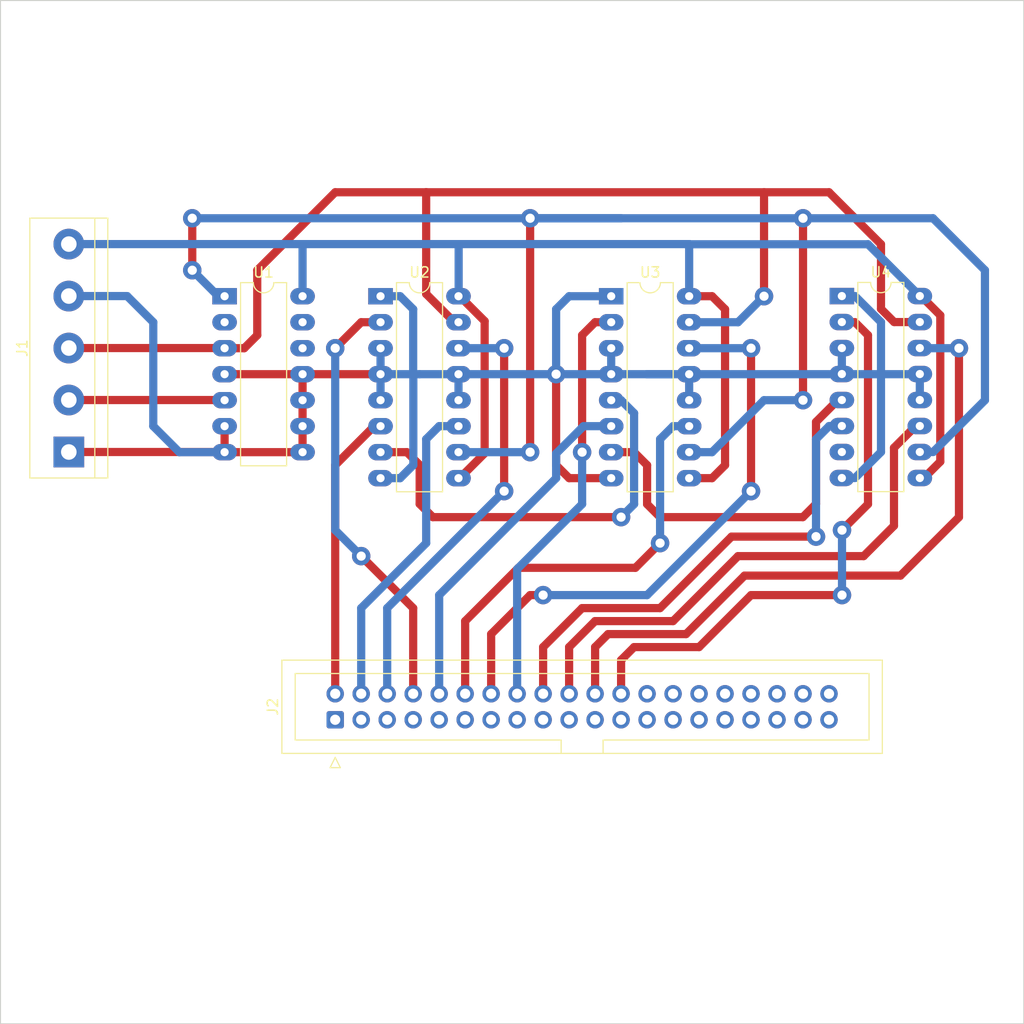
<source format=kicad_pcb>
(kicad_pcb (version 20211014) (generator pcbnew)
  (layers (0 "F.Cu" signal) (31 "B.Cu" signal) (34 "B.Paste" user) (35 "F.Paste" user) (36 "B.SilkS" user "B.Silkscreen") (37 "F.SilkS" user "F.Silkscreen") (38 "B.Mask" user) (39 "F.Mask" user) (44 "Edge.Cuts" user))
  (net 0 "")
  (net 1 "Net-(U1-Pad1)")
  (net 3 "/ENC_B")
  (net 4 "/ENC_A")
  (net 5 "Vss")
  (net 8 "Vdd")
  (net 9 "Net-(U2-Pad7)")
  (net 10 "Net-(U3-Pad7)")
  (net 14 "Net-(U2-Pad2)")
  (net 15 "Net-(U3-Pad6)")
  (net 17 "Net-(U3-Pad11)")
  (net 19 "Net-(U3-Pad14)")
  (net 21 "Net-(U3-Pad2)")
  (net 23 "Net-(U4-Pad6)")
  (net 25 "Net-(U4-Pad11)")
  (net 27 "Net-(U4-Pad14)")
  (net 29 "Net-(U4-Pad2)")
  (net 49 "Net-(U2-Pad6)")
  (net 50 "Net-(U2-Pad11)")
  (net 51 "Net-(U2-Pad14)")
  (footprint "Package_DIP:DIP-16_W7.62mm_LongPads" (layer "F.Cu") (at 97.14 88.9)
    (fp_text reference "U2" (at 3.81 -2.33) (layer "F.SilkS"))
    (fp_text value "4029")
    (fp_line (start 6.06 -1.33) (end 4.81 -1.33) (layer "F.SilkS") (width 0.12))
    (fp_line (start 1.56 19.11) (end 6.06 19.11) (layer "F.SilkS") (width 0.12))
    (fp_line (start 1.56 -1.33) (end 1.56 19.11) (layer "F.SilkS") (width 0.12))
    (fp_line (start 6.06 19.11) (end 6.06 -1.33) (layer "F.SilkS") (width 0.12))
    (fp_line (start 2.81 -1.33) (end 1.56 -1.33) (layer "F.SilkS") (width 0.12))
    (fp_arc (start 4.81 -1.33) (mid 3.81 -0.33) (end 2.81 -1.33) (layer "F.SilkS") (width 0.12))
    (pad "1" thru_hole rect (at 0 0) (size 2.4 1.6) (drill 0.8) (layers *.Cu *.Mask) (net 5 "Vss"))
    (pad "2" thru_hole oval (at 0 2.54) (size 2.4 1.6) (drill 0.8) (layers *.Cu *.Mask) (net 14 "Net-(U2-Pad2)"))
    (pad "3" thru_hole oval (at 0 5.08) (size 2.4 1.6) (drill 0.8) (layers *.Cu *.Mask) (net 5 "Vss"))
    (pad "4" thru_hole oval (at 0 7.62) (size 2.4 1.6) (drill 0.8) (layers *.Cu *.Mask) (net 5 "Vss"))
    (pad "5" thru_hole oval (at 0 10.16) (size 2.4 1.6) (drill 0.8) (layers *.Cu *.Mask) (net 5 "Vss"))
    (pad "6" thru_hole oval (at 0 12.7) (size 2.4 1.6) (drill 0.8) (layers *.Cu *.Mask) (net 49 "Net-(U2-Pad6)"))
    (pad "7" thru_hole oval (at 0 15.24) (size 2.4 1.6) (drill 0.8) (layers *.Cu *.Mask) (net 9 "Net-(U2-Pad7)"))
    (pad "8" thru_hole oval (at 0 17.78) (size 2.4 1.6) (drill 0.8) (layers *.Cu *.Mask) (net 5 "Vss"))
    (pad "9" thru_hole oval (at 7.62 17.78) (size 2.4 1.6) (drill 0.8) (layers *.Cu *.Mask) (net 8 "Vdd"))
    (pad "10" thru_hole oval (at 7.62 15.24) (size 2.4 1.6) (drill 0.8) (layers *.Cu *.Mask) (net 1 "Net-(U1-Pad1)"))
    (pad "11" thru_hole oval (at 7.62 12.7) (size 2.4 1.6) (drill 0.8) (layers *.Cu *.Mask) (net 50 "Net-(U2-Pad11)"))
    (pad "12" thru_hole oval (at 7.62 10.16) (size 2.4 1.6) (drill 0.8) (layers *.Cu *.Mask) (net 5 "Vss"))
    (pad "13" thru_hole oval (at 7.62 7.62) (size 2.4 1.6) (drill 0.8) (layers *.Cu *.Mask) (net 5 "Vss"))
    (pad "14" thru_hole oval (at 7.62 5.08) (size 2.4 1.6) (drill 0.8) (layers *.Cu *.Mask) (net 51 "Net-(U2-Pad14)"))
    (pad "15" thru_hole oval (at 7.62 2.54) (size 2.4 1.6) (drill 0.8) (layers *.Cu *.Mask) (net 4 "/ENC_A"))
    (pad "16" thru_hole oval (at 7.62 0) (size 2.4 1.6) (drill 0.8) (layers *.Cu *.Mask) (net 8 "Vdd"))
  )
  (footprint "TerminalBlock:TerminalBlock_bornier-5_P5.08mm" (layer "F.Cu") (at 66.675 104.125 90)
    (fp_text reference "J1" (at 10.15 -4.55 90) (layer "F.SilkS"))
    (fp_text value "Screw_Terminal_01x05")
    (fp_line (start -2.54 -3.81) (end 22.86 -3.81) (layer "F.SilkS") (width 0.12))
    (fp_line (start 22.86 -3.81) (end 22.86 3.81) (layer "F.SilkS") (width 0.12))
    (fp_line (start -2.54 2.54) (end 22.86 2.54) (layer "F.SilkS") (width 0.12))
    (fp_line (start -2.54 -3.81) (end -2.54 3.81) (layer "F.SilkS") (width 0.12))
    (fp_line (start -2.54 3.81) (end 22.86 3.81) (layer "F.SilkS") (width 0.12))
    (pad "1" thru_hole rect (at 0 0 90) (size 3 3) (drill 1.52) (layers *.Cu *.Mask) (net 5 "Vss"))
    (pad "2" thru_hole circle (at 5.08 0 90) (size 3 3) (drill 1.52) (layers *.Cu *.Mask) (net 3 "/ENC_B"))
    (pad "3" thru_hole circle (at 10.16 0 90) (size 3 3) (drill 1.52) (layers *.Cu *.Mask) (net 4 "/ENC_A"))
    (pad "4" thru_hole circle (at 15.24 0 90) (size 3 3) (drill 1.52) (layers *.Cu *.Mask) (net 5 "Vss"))
    (pad "5" thru_hole circle (at 20.32 0 90) (size 3 3) (drill 1.52) (layers *.Cu *.Mask) (net 8 "Vdd"))
  )
  (footprint "Package_DIP:DIP-14_W7.62mm_LongPads" (layer "F.Cu") (at 81.9 88.9)
    (fp_text reference "U1" (at 3.81 -2.33) (layer "F.SilkS"))
    (fp_text value "4013")
    (fp_line (start 2.81 -1.33) (end 1.56 -1.33) (layer "F.SilkS") (width 0.12))
    (fp_line (start 1.56 -1.33) (end 1.56 16.57) (layer "F.SilkS") (width 0.12))
    (fp_line (start 6.06 16.57) (end 6.06 -1.33) (layer "F.SilkS") (width 0.12))
    (fp_line (start 6.06 -1.33) (end 4.81 -1.33) (layer "F.SilkS") (width 0.12))
    (fp_line (start 1.56 16.57) (end 6.06 16.57) (layer "F.SilkS") (width 0.12))
    (fp_arc (start 4.81 -1.33) (mid 3.81 -0.33) (end 2.81 -1.33) (layer "F.SilkS") (width 0.12))
    (pad "1" thru_hole rect (at 0 0) (size 2.4 1.6) (drill 0.8) (layers *.Cu *.Mask) (net 1 "Net-(U1-Pad1)"))
    (pad "2" thru_hole oval (at 0 2.54) (size 2.4 1.6) (drill 0.8) (layers *.Cu *.Mask))
    (pad "3" thru_hole oval (at 0 5.08) (size 2.4 1.6) (drill 0.8) (layers *.Cu *.Mask) (net 4 "/ENC_A"))
    (pad "4" thru_hole oval (at 0 7.62) (size 2.4 1.6) (drill 0.8) (layers *.Cu *.Mask) (net 5 "Vss"))
    (pad "5" thru_hole oval (at 0 10.16) (size 2.4 1.6) (drill 0.8) (layers *.Cu *.Mask) (net 3 "/ENC_B"))
    (pad "6" thru_hole oval (at 0 12.7) (size 2.4 1.6) (drill 0.8) (layers *.Cu *.Mask) (net 5 "Vss"))
    (pad "7" thru_hole oval (at 0 15.24) (size 2.4 1.6) (drill 0.8) (layers *.Cu *.Mask) (net 5 "Vss"))
    (pad "8" thru_hole oval (at 7.62 15.24) (size 2.4 1.6) (drill 0.8) (layers *.Cu *.Mask) (net 5 "Vss"))
    (pad "9" thru_hole oval (at 7.62 12.7) (size 2.4 1.6) (drill 0.8) (layers *.Cu *.Mask) (net 5 "Vss"))
    (pad "10" thru_hole oval (at 7.62 10.16) (size 2.4 1.6) (drill 0.8) (layers *.Cu *.Mask) (net 5 "Vss"))
    (pad "11" thru_hole oval (at 7.62 7.62) (size 2.4 1.6) (drill 0.8) (layers *.Cu *.Mask) (net 5 "Vss"))
    (pad "12" thru_hole oval (at 7.62 5.08) (size 2.4 1.6) (drill 0.8) (layers *.Cu *.Mask))
    (pad "13" thru_hole oval (at 7.62 2.54) (size 2.4 1.6) (drill 0.8) (layers *.Cu *.Mask))
    (pad "14" thru_hole oval (at 7.62 0) (size 2.4 1.6) (drill 0.8) (layers *.Cu *.Mask) (net 8 "Vdd"))
  )
  (footprint "Package_DIP:DIP-16_W7.62mm_LongPads" (layer "F.Cu") (at 119.6825 88.9)
    (fp_text reference "U3" (at 3.81 -2.33) (layer "F.SilkS"))
    (fp_text value "4029")
    (fp_line (start 1.56 19.11) (end 6.06 19.11) (layer "F.SilkS") (width 0.12))
    (fp_line (start 2.81 -1.33) (end 1.56 -1.33) (layer "F.SilkS") (width 0.12))
    (fp_line (start 6.06 -1.33) (end 4.81 -1.33) (layer "F.SilkS") (width 0.12))
    (fp_line (start 1.56 -1.33) (end 1.56 19.11) (layer "F.SilkS") (width 0.12))
    (fp_line (start 6.06 19.11) (end 6.06 -1.33) (layer "F.SilkS") (width 0.12))
    (fp_arc (start 4.81 -1.33) (mid 3.81 -0.33) (end 2.81 -1.33) (layer "F.SilkS") (width 0.12))
    (pad "1" thru_hole rect (at 0 0) (size 2.4 1.6) (drill 0.8) (layers *.Cu *.Mask) (net 5 "Vss"))
    (pad "2" thru_hole oval (at 0 2.54) (size 2.4 1.6) (drill 0.8) (layers *.Cu *.Mask) (net 21 "Net-(U3-Pad2)"))
    (pad "3" thru_hole oval (at 0 5.08) (size 2.4 1.6) (drill 0.8) (layers *.Cu *.Mask) (net 5 "Vss"))
    (pad "4" thru_hole oval (at 0 7.62) (size 2.4 1.6) (drill 0.8) (layers *.Cu *.Mask) (net 5 "Vss"))
    (pad "5" thru_hole oval (at 0 10.16) (size 2.4 1.6) (drill 0.8) (layers *.Cu *.Mask) (net 9 "Net-(U2-Pad7)"))
    (pad "6" thru_hole oval (at 0 12.7) (size 2.4 1.6) (drill 0.8) (layers *.Cu *.Mask) (net 15 "Net-(U3-Pad6)"))
    (pad "7" thru_hole oval (at 0 15.24) (size 2.4 1.6) (drill 0.8) (layers *.Cu *.Mask) (net 10 "Net-(U3-Pad7)"))
    (pad "8" thru_hole oval (at 0 17.78) (size 2.4 1.6) (drill 0.8) (layers *.Cu *.Mask) (net 5 "Vss"))
    (pad "9" thru_hole oval (at 7.62 17.78) (size 2.4 1.6) (drill 0.8) (layers *.Cu *.Mask) (net 8 "Vdd"))
    (pad "10" thru_hole oval (at 7.62 15.24) (size 2.4 1.6) (drill 0.8) (layers *.Cu *.Mask) (net 1 "Net-(U1-Pad1)"))
    (pad "11" thru_hole oval (at 7.62 12.7) (size 2.4 1.6) (drill 0.8) (layers *.Cu *.Mask) (net 17 "Net-(U3-Pad11)"))
    (pad "12" thru_hole oval (at 7.62 10.16) (size 2.4 1.6) (drill 0.8) (layers *.Cu *.Mask) (net 5 "Vss"))
    (pad "13" thru_hole oval (at 7.62 7.62) (size 2.4 1.6) (drill 0.8) (layers *.Cu *.Mask) (net 5 "Vss"))
    (pad "14" thru_hole oval (at 7.62 5.08) (size 2.4 1.6) (drill 0.8) (layers *.Cu *.Mask) (net 19 "Net-(U3-Pad14)"))
    (pad "15" thru_hole oval (at 7.62 2.54) (size 2.4 1.6) (drill 0.8) (layers *.Cu *.Mask) (net 4 "/ENC_A"))
    (pad "16" thru_hole oval (at 7.62 0) (size 2.4 1.6) (drill 0.8) (layers *.Cu *.Mask) (net 8 "Vdd"))
  )
  (footprint "Package_DIP:DIP-16_W7.62mm_LongPads" (layer "F.Cu") (at 142.225 88.885)
    (fp_text reference "U4" (at 3.81 -2.33) (layer "F.SilkS"))
    (fp_text value "4029")
    (fp_line (start 6.06 -1.33) (end 4.81 -1.33) (layer "F.SilkS") (width 0.12))
    (fp_line (start 6.06 19.11) (end 6.06 -1.33) (layer "F.SilkS") (width 0.12))
    (fp_line (start 1.56 -1.33) (end 1.56 19.11) (layer "F.SilkS") (width 0.12))
    (fp_line (start 1.56 19.11) (end 6.06 19.11) (layer "F.SilkS") (width 0.12))
    (fp_line (start 2.81 -1.33) (end 1.56 -1.33) (layer "F.SilkS") (width 0.12))
    (fp_arc (start 4.81 -1.33) (mid 3.81 -0.33) (end 2.81 -1.33) (layer "F.SilkS") (width 0.12))
    (pad "1" thru_hole rect (at 0 0) (size 2.4 1.6) (drill 0.8) (layers *.Cu *.Mask) (net 5 "Vss"))
    (pad "2" thru_hole oval (at 0 2.54) (size 2.4 1.6) (drill 0.8) (layers *.Cu *.Mask) (net 29 "Net-(U4-Pad2)"))
    (pad "3" thru_hole oval (at 0 5.08) (size 2.4 1.6) (drill 0.8) (layers *.Cu *.Mask) (net 5 "Vss"))
    (pad "4" thru_hole oval (at 0 7.62) (size 2.4 1.6) (drill 0.8) (layers *.Cu *.Mask) (net 5 "Vss"))
    (pad "5" thru_hole oval (at 0 10.16) (size 2.4 1.6) (drill 0.8) (layers *.Cu *.Mask) (net 10 "Net-(U3-Pad7)"))
    (pad "6" thru_hole oval (at 0 12.7) (size 2.4 1.6) (drill 0.8) (layers *.Cu *.Mask) (net 23 "Net-(U4-Pad6)"))
    (pad "7" thru_hole oval (at 0 15.24) (size 2.4 1.6) (drill 0.8) (layers *.Cu *.Mask))
    (pad "8" thru_hole oval (at 0 17.78) (size 2.4 1.6) (drill 0.8) (layers *.Cu *.Mask) (net 5 "Vss"))
    (pad "9" thru_hole oval (at 7.62 17.78) (size 2.4 1.6) (drill 0.8) (layers *.Cu *.Mask) (net 8 "Vdd"))
    (pad "10" thru_hole oval (at 7.62 15.24) (size 2.4 1.6) (drill 0.8) (layers *.Cu *.Mask) (net 1 "Net-(U1-Pad1)"))
    (pad "11" thru_hole oval (at 7.62 12.7) (size 2.4 1.6) (drill 0.8) (layers *.Cu *.Mask) (net 25 "Net-(U4-Pad11)"))
    (pad "12" thru_hole oval (at 7.62 10.16) (size 2.4 1.6) (drill 0.8) (layers *.Cu *.Mask) (net 5 "Vss"))
    (pad "13" thru_hole oval (at 7.62 7.62) (size 2.4 1.6) (drill 0.8) (layers *.Cu *.Mask) (net 5 "Vss"))
    (pad "14" thru_hole oval (at 7.62 5.08) (size 2.4 1.6) (drill 0.8) (layers *.Cu *.Mask) (net 27 "Net-(U4-Pad14)"))
    (pad "15" thru_hole oval (at 7.62 2.54) (size 2.4 1.6) (drill 0.8) (layers *.Cu *.Mask) (net 4 "/ENC_A"))
    (pad "16" thru_hole oval (at 7.62 0) (size 2.4 1.6) (drill 0.8) (layers *.Cu *.Mask) (net 8 "Vdd"))
  )
  (footprint "Connector_IDC:IDC-Header_2x20_P2.54mm_Vertical" (layer "F.Cu") (at 92.71 130.2925 90)
    (fp_text reference "J2" (at 1.27 -6.1 90) (layer "F.SilkS"))
    (fp_text value "Conn_02x20_Counter_Clockwise")
    (fp_line (start 5.83 53.47) (end -3.29 53.47) (layer "F.SilkS") (width 0.12))
    (fp_line (start -3.29 53.47) (end -3.29 -5.21) (layer "F.SilkS") (width 0.12))
    (fp_line (start -1.98 -3.91) (end 4.52 -3.91) (layer "F.SilkS") (width 0.12))
    (fp_line (start -1.98 26.18) (end -3.29 26.18) (layer "F.SilkS") (width 0.12))
    (fp_line (start -4.68 -0.5) (end -4.68 0.5) (layer "F.SilkS") (width 0.12))
    (fp_line (start -1.98 52.17) (end -1.98 26.18) (layer "F.SilkS") (width 0.12))
    (fp_line (start -1.98 26.18) (end -1.98 26.18) (layer "F.SilkS") (width 0.12))
    (fp_line (start -3.29 22.08) (end -1.98 22.08) (layer "F.SilkS") (width 0.12))
    (fp_line (start 5.83 -5.21) (end 5.83 53.47) (layer "F.SilkS") (width 0.12))
    (fp_line (start -3.29 -5.21) (end 5.83 -5.21) (layer "F.SilkS") (width 0.12))
    (fp_line (start -4.68 0.5) (end -3.68 0) (layer "F.SilkS") (width 0.12))
    (fp_line (start -3.68 0) (end -4.68 -0.5) (layer "F.SilkS") (width 0.12))
    (fp_line (start -1.98 22.08) (end -1.98 -3.91) (layer "F.SilkS") (width 0.12))
    (fp_line (start 4.52 52.17) (end -1.98 52.17) (layer "F.SilkS") (width 0.12))
    (fp_line (start 4.52 -3.91) (end 4.52 52.17) (layer "F.SilkS") (width 0.12))
    (pad "1" thru_hole roundrect (at 0 0 90) (size 1.7 1.7) (drill 1) (layers *.Cu *.Mask) (roundrect_rratio 0.147059))
    (pad "2" thru_hole circle (at 2.54 0 90) (size 1.7 1.7) (drill 1) (layers *.Cu *.Mask) (net 49 "Net-(U2-Pad6)"))
    (pad "3" thru_hole circle (at 0 2.54 90) (size 1.7 1.7) (drill 1) (layers *.Cu *.Mask))
    (pad "4" thru_hole circle (at 2.54 2.54 90) (size 1.7 1.7) (drill 1) (layers *.Cu *.Mask) (net 50 "Net-(U2-Pad11)"))
    (pad "5" thru_hole circle (at 0 5.08 90) (size 1.7 1.7) (drill 1) (layers *.Cu *.Mask))
    (pad "6" thru_hole circle (at 2.54 5.08 90) (size 1.7 1.7) (drill 1) (layers *.Cu *.Mask) (net 51 "Net-(U2-Pad14)"))
    (pad "7" thru_hole circle (at 0 7.62 90) (size 1.7 1.7) (drill 1) (layers *.Cu *.Mask))
    (pad "8" thru_hole circle (at 2.54 7.62 90) (size 1.7 1.7) (drill 1) (layers *.Cu *.Mask) (net 14 "Net-(U2-Pad2)"))
    (pad "9" thru_hole circle (at 0 10.16 90) (size 1.7 1.7) (drill 1) (layers *.Cu *.Mask))
    (pad "10" thru_hole circle (at 2.54 10.16 90) (size 1.7 1.7) (drill 1) (layers *.Cu *.Mask) (net 15 "Net-(U3-Pad6)"))
    (pad "11" thru_hole circle (at 0 12.7 90) (size 1.7 1.7) (drill 1) (layers *.Cu *.Mask))
    (pad "12" thru_hole circle (at 2.54 12.7 90) (size 1.7 1.7) (drill 1) (layers *.Cu *.Mask) (net 17 "Net-(U3-Pad11)"))
    (pad "13" thru_hole circle (at 0 15.24 90) (size 1.7 1.7) (drill 1) (layers *.Cu *.Mask))
    (pad "14" thru_hole circle (at 2.54 15.24 90) (size 1.7 1.7) (drill 1) (layers *.Cu *.Mask) (net 19 "Net-(U3-Pad14)"))
    (pad "15" thru_hole circle (at 0 17.78 90) (size 1.7 1.7) (drill 1) (layers *.Cu *.Mask))
    (pad "16" thru_hole circle (at 2.54 17.78 90) (size 1.7 1.7) (drill 1) (layers *.Cu *.Mask) (net 21 "Net-(U3-Pad2)"))
    (pad "17" thru_hole circle (at 0 20.32 90) (size 1.7 1.7) (drill 1) (layers *.Cu *.Mask))
    (pad "18" thru_hole circle (at 2.54 20.32 90) (size 1.7 1.7) (drill 1) (layers *.Cu *.Mask) (net 23 "Net-(U4-Pad6)"))
    (pad "19" thru_hole circle (at 0 22.86 90) (size 1.7 1.7) (drill 1) (layers *.Cu *.Mask))
    (pad "20" thru_hole circle (at 2.54 22.86 90) (size 1.7 1.7) (drill 1) (layers *.Cu *.Mask) (net 25 "Net-(U4-Pad11)"))
    (pad "21" thru_hole circle (at 0 25.4 90) (size 1.7 1.7) (drill 1) (layers *.Cu *.Mask))
    (pad "22" thru_hole circle (at 2.54 25.4 90) (size 1.7 1.7) (drill 1) (layers *.Cu *.Mask) (net 27 "Net-(U4-Pad14)"))
    (pad "23" thru_hole circle (at 0 27.94 90) (size 1.7 1.7) (drill 1) (layers *.Cu *.Mask))
    (pad "24" thru_hole circle (at 2.54 27.94 90) (size 1.7 1.7) (drill 1) (layers *.Cu *.Mask) (net 29 "Net-(U4-Pad2)"))
    (pad "25" thru_hole circle (at 0 30.48 90) (size 1.7 1.7) (drill 1) (layers *.Cu *.Mask))
    (pad "26" thru_hole circle (at 2.54 30.48 90) (size 1.7 1.7) (drill 1) (layers *.Cu *.Mask))
    (pad "27" thru_hole circle (at 0 33.02 90) (size 1.7 1.7) (drill 1) (layers *.Cu *.Mask))
    (pad "28" thru_hole circle (at 2.54 33.02 90) (size 1.7 1.7) (drill 1) (layers *.Cu *.Mask))
    (pad "29" thru_hole circle (at 0 35.56 90) (size 1.7 1.7) (drill 1) (layers *.Cu *.Mask))
    (pad "30" thru_hole circle (at 2.54 35.56 90) (size 1.7 1.7) (drill 1) (layers *.Cu *.Mask))
    (pad "31" thru_hole circle (at 0 38.1 90) (size 1.7 1.7) (drill 1) (layers *.Cu *.Mask))
    (pad "32" thru_hole circle (at 2.54 38.1 90) (size 1.7 1.7) (drill 1) (layers *.Cu *.Mask))
    (pad "33" thru_hole circle (at 0 40.64 90) (size 1.7 1.7) (drill 1) (layers *.Cu *.Mask))
    (pad "34" thru_hole circle (at 2.54 40.64 90) (size 1.7 1.7) (drill 1) (layers *.Cu *.Mask))
    (pad "35" thru_hole circle (at 0 43.18 90) (size 1.7 1.7) (drill 1) (layers *.Cu *.Mask))
    (pad "36" thru_hole circle (at 2.54 43.18 90) (size 1.7 1.7) (drill 1) (layers *.Cu *.Mask))
    (pad "37" thru_hole circle (at 0 45.72 90) (size 1.7 1.7) (drill 1) (layers *.Cu *.Mask))
    (pad "38" thru_hole circle (at 2.54 45.72 90) (size 1.7 1.7) (drill 1) (layers *.Cu *.Mask))
    (pad "39" thru_hole circle (at 0 48.26 90) (size 1.7 1.7) (drill 1) (layers *.Cu *.Mask))
    (pad "40" thru_hole circle (at 2.54 48.26 90) (size 1.7 1.7) (drill 1) (layers *.Cu *.Mask))
  )
  (gr_rect (start 60 60) (end 160 160) (layer "Edge.Cuts") (width 0.1) (fill none))
  (segment (start 78.74 81.28) (end 78.74 86.36) (width 0.8) (layer "F.Cu") (net 1))
  (segment (start 111.76 104.14) (end 111.76 81.28) (width 0.8) (layer "F.Cu") (net 1))
  (segment (start 138.43 99.06) (end 138.43 81.28) (width 0.8) (layer "F.Cu") (net 1))
  (via (at 111.76 81.28) (size 1.8) (drill 0.9) (layers "F.Cu" "B.Cu") (net 1))
  (via (at 78.74 81.28) (size 1.8) (drill 0.9) (layers "F.Cu" "B.Cu") (net 1))
  (via (at 138.43 99.06) (size 1.8) (drill 0.9) (layers "F.Cu" "B.Cu") (net 1))
  (via (at 138.43 81.28) (size 1.8) (drill 0.9) (layers "F.Cu" "B.Cu") (net 1))
  (via (at 78.74 86.36) (size 1.8) (drill 0.9) (layers "F.Cu" "B.Cu") (net 1))
  (via (at 111.76 104.14) (size 1.8) (drill 0.9) (layers "F.Cu" "B.Cu") (net 1))
  (segment (start 134.62 99.06) (end 138.43 99.06) (width 0.8) (layer "B.Cu") (net 1))
  (segment (start 156.21 99.06) (end 156.21 86.36) (width 0.8) (layer "B.Cu") (net 1))
  (segment (start 151.13 81.28) (end 138.43 81.28) (width 0.8) (layer "B.Cu") (net 1))
  (segment (start 78.74 86.36) (end 81.28 88.9) (width 0.8) (layer "B.Cu") (net 1))
  (segment (start 156.21 86.36) (end 151.13 81.28) (width 0.8) (layer "B.Cu") (net 1))
  (segment (start 127.3025 104.14) (end 129.54 104.14) (width 0.8) (layer "B.Cu") (net 1))
  (segment (start 111.76 104.14) (end 104.76 104.14) (width 0.8) (layer "B.Cu") (net 1))
  (segment (start 149.845 104.125) (end 151.145 104.125) (width 0.8) (layer "B.Cu") (net 1))
  (segment (start 81.28 88.9) (end 81.9 88.9) (width 0.8) (layer "B.Cu") (net 1))
  (segment (start 129.54 104.14) (end 134.62 99.06) (width 0.8) (layer "B.Cu") (net 1))
  (segment (start 151.145 104.125) (end 156.21 99.06) (width 0.8) (layer "B.Cu") (net 1))
  (segment (start 120.65 81.28) (end 78.74 81.28) (width 0.8) (layer "B.Cu") (net 1))
  (segment (start 138.43 81.28) (end 111.76 81.28) (width 0.8) (layer "B.Cu") (net 1))
  (segment (start 81.885 99.045) (end 81.9 99.06) (width 0.8) (layer "F.Cu") (net 3))
  (segment (start 66.675 99.045) (end 81.885 99.045) (width 0.8) (layer "F.Cu") (net 3))
  (segment (start 85.09 86.36) (end 92.71 78.74) (width 0.8) (layer "F.Cu") (net 4))
  (segment (start 81.885 93.965) (end 81.9 93.98) (width 0.8) (layer "F.Cu") (net 4))
  (segment (start 146.05 83.82) (end 146.05 90.14) (width 0.8) (layer "F.Cu") (net 4))
  (segment (start 140.97 78.74) (end 146.05 83.82) (width 0.8) (layer "F.Cu") (net 4))
  (segment (start 83.82 93.98) (end 85.09 92.71) (width 0.8) (layer "F.Cu") (net 4))
  (segment (start 147.335 91.425) (end 149.845 91.425) (width 0.8) (layer "F.Cu") (net 4))
  (segment (start 134.62 88.9) (end 134.62 78.74) (width 0.8) (layer "F.Cu") (net 4))
  (segment (start 74.945 93.965) (end 81.885 93.965) (width 0.8) (layer "F.Cu") (net 4))
  (segment (start 92.71 78.74) (end 101.6 78.74) (width 0.8) (layer "F.Cu") (net 4))
  (segment (start 66.675 93.965) (end 74.945 93.965) (width 0.8) (layer "F.Cu") (net 4))
  (segment (start 101.6 78.74) (end 140.97 78.74) (width 0.8) (layer "F.Cu") (net 4))
  (segment (start 104.36 91.44) (end 101.6 88.68) (width 0.8) (layer "F.Cu") (net 4))
  (segment (start 85.09 92.71) (end 85.09 86.36) (width 0.8) (layer "F.Cu") (net 4))
  (segment (start 101.6 88.68) (end 101.6 78.74) (width 0.8) (layer "F.Cu") (net 4))
  (segment (start 104.76 91.44) (end 104.36 91.44) (width 0.8) (layer "F.Cu") (net 4))
  (segment (start 81.9 93.98) (end 83.82 93.98) (width 0.8) (layer "F.Cu") (net 4))
  (segment (start 146.05 90.14) (end 147.335 91.425) (width 0.8) (layer "F.Cu") (net 4))
  (via (at 134.62 88.9) (size 1.8) (drill 0.9) (layers "F.Cu" "B.Cu") (net 4))
  (segment (start 127.3025 91.44) (end 132.08 91.44) (width 0.8) (layer "B.Cu") (net 4))
  (segment (start 132.08 91.44) (end 134.62 88.9) (width 0.8) (layer "B.Cu") (net 4))
  (segment (start 89.52 96.52) (end 81.9 96.52) (width 0.8) (layer "F.Cu") (net 5))
  (segment (start 89.52 104.14) (end 89.52 96.52) (width 0.8) (layer "F.Cu") (net 5))
  (segment (start 114.3 105.41) (end 114.3 96.52) (width 0.8) (layer "F.Cu") (net 5))
  (segment (start 119.6825 106.68) (end 115.57 106.68) (width 0.8) (layer "F.Cu") (net 5))
  (segment (start 115.57 106.68) (end 114.3 105.41) (width 0.8) (layer "F.Cu") (net 5))
  (segment (start 66.675 104.125) (end 81.885 104.125) (width 0.8) (layer "F.Cu") (net 5))
  (segment (start 81.9 104.14) (end 89.52 104.14) (width 0.8) (layer "F.Cu") (net 5))
  (segment (start 89.52 96.52) (end 97.14 96.52) (width 0.8) (layer "F.Cu") (net 5))
  (segment (start 81.9 101.6) (end 81.9 104.14) (width 0.8) (layer "F.Cu") (net 5))
  (via (at 114.3 96.52) (size 1.8) (drill 0.9) (layers "F.Cu" "B.Cu") (net 5))
  (segment (start 77.47 104.14) (end 81.9 104.14) (width 0.8) (layer "B.Cu") (net 5))
  (segment (start 100.95 96.52) (end 125.7 96.52) (width 0.8) (layer "B.Cu") (net 5))
  (segment (start 74.93 91.44) (end 74.93 101.6) (width 0.8) (layer "B.Cu") (net 5))
  (segment (start 97.14 88.9) (end 99.06 88.9) (width 0.8) (layer "B.Cu") (net 5))
  (segment (start 142.225 93.965) (end 142.225 96.505) (width 0.8) (layer "B.Cu") (net 5))
  (segment (start 100.33 90.17) (end 100.33 96.535) (width 0.8) (layer "B.Cu") (net 5))
  (segment (start 97.14 96.52) (end 100.95 96.52) (width 0.8) (layer "B.Cu") (net 5))
  (segment (start 97.14 96.52) (end 97.14 99.06) (width 0.8) (layer "B.Cu") (net 5))
  (segment (start 143.51 88.885) (end 142.225 88.885) (width 0.8) (layer "B.Cu") (net 5))
  (segment (start 149.845 96.505) (end 149.845 99.045) (width 0.8) (layer "B.Cu") (net 5))
  (segment (start 119.6825 93.98) (end 119.6825 96.52) (width 0.8) (layer "B.Cu") (net 5))
  (segment (start 66.675 88.885) (end 72.375 88.885) (width 0.8) (layer "B.Cu") (net 5))
  (segment (start 142.225 106.665) (end 143.51 106.665) (width 0.8) (layer "B.Cu") (net 5))
  (segment (start 123.16 96.52) (end 127 96.52) (width 0.8) (layer "B.Cu") (net 5))
  (segment (start 127.3025 96.52) (end 127.3025 99.06) (width 0.8) (layer "B.Cu") (net 5))
  (segment (start 115.57 88.9) (end 119.6825 88.9) (width 0.8) (layer "B.Cu") (net 5))
  (segment (start 100.345 105.41) (end 100.345 96.52) (width 0.8) (layer "B.Cu") (net 5))
  (segment (start 114.3 90.17) (end 115.57 88.9) (width 0.8) (layer "B.Cu") (net 5))
  (segment (start 99.06 106.68) (end 100.33 105.41) (width 0.8) (layer "B.Cu") (net 5))
  (segment (start 99.06 88.9) (end 100.33 90.17) (width 0.8) (layer "B.Cu") (net 5))
  (segment (start 149.83 96.52) (end 149.845 96.505) (width 0.8) (layer "B.Cu") (net 5))
  (segment (start 97.14 93.98) (end 97.14 96.52) (width 0.8) (layer "B.Cu") (net 5))
  (segment (start 127 96.52) (end 149.83 96.52) (width 0.8) (layer "B.Cu") (net 5))
  (segment (start 146.05 91.425) (end 143.51 88.885) (width 0.8) (layer "B.Cu") (net 5))
  (segment (start 74.93 101.6) (end 77.47 104.14) (width 0.8) (layer "B.Cu") (net 5))
  (segment (start 97.14 106.68) (end 99.06 106.68) (width 0.8) (layer "B.Cu") (net 5))
  (segment (start 72.375 88.885) (end 74.93 91.44) (width 0.8) (layer "B.Cu") (net 5))
  (segment (start 146.05 104.125) (end 146.05 91.425) (width 0.8) (layer "B.Cu") (net 5))
  (segment (start 114.3 96.52) (end 114.3 90.17) (width 0.8) (layer "B.Cu") (net 5))
  (segment (start 104.76 96.52) (end 104.76 99.06) (width 0.8) (layer "B.Cu") (net 5))
  (segment (start 143.51 106.665) (end 146.05 104.125) (width 0.8) (layer "B.Cu") (net 5))
  (segment (start 107.315 104.247062) (end 107.315 91.332938) (width 0.8) (layer "F.Cu") (net 8))
  (segment (start 104.882062 88.9) (end 104.76 88.9) (width 0.8) (layer "F.Cu") (net 8))
  (segment (start 151.84452 105.06548) (end 151.84452 90.762458) (width 0.8) (layer "F.Cu") (net 8))
  (segment (start 104.882062 106.68) (end 107.315 104.247062) (width 0.8) (layer "F.Cu") (net 8))
  (segment (start 127.3025 106.68) (end 129.54 106.68) (width 0.8) (layer "F.Cu") (net 8))
  (segment (start 130.81 90.17) (end 129.54 88.9) (width 0.8) (layer "F.Cu") (net 8))
  (segment (start 149.967062 88.885) (end 149.845 88.885) (width 0.8) (layer "F.Cu") (net 8))
  (segment (start 129.54 88.9) (end 127.3025 88.9) (width 0.8) (layer "F.Cu") (net 8))
  (segment (start 149.845 106.665) (end 150.245 106.665) (width 0.8) (layer "F.Cu") (net 8))
  (segment (start 130.81 105.41) (end 130.81 90.17) (width 0.8) (layer "F.Cu") (net 8))
  (segment (start 104.76 106.68) (end 104.882062 106.68) (width 0.8) (layer "F.Cu") (net 8))
  (segment (start 107.315 91.332938) (end 104.882062 88.9) (width 0.8) (layer "F.Cu") (net 8))
  (segment (start 129.54 106.68) (end 130.81 105.41) (width 0.8) (layer "F.Cu") (net 8))
  (segment (start 151.84452 90.762458) (end 149.967062 88.885) (width 0.8) (layer "F.Cu") (net 8))
  (segment (start 150.245 106.665) (end 151.84452 105.06548) (width 0.8) (layer "F.Cu") (net 8))
  (segment (start 149.845 88.885) (end 144.78 83.82) (width 0.8) (layer "B.Cu") (net 8))
  (segment (start 127.3025 83.805) (end 104.775 83.805) (width 0.8) (layer "B.Cu") (net 8))
  (segment (start 127.3025 88.9) (end 127.3025 83.805) (width 0.8) (layer "B.Cu") (net 8))
  (segment (start 66.675 83.805) (end 104.775 83.805) (width 0.8) (layer "B.Cu") (net 8))
  (segment (start 104.775 88.885) (end 104.76 88.9) (width 0.8) (layer "B.Cu") (net 8))
  (segment (start 104.775 83.805) (end 104.775 88.885) (width 0.8) (layer "B.Cu") (net 8))
  (segment (start 89.52 83.82) (end 89.52 88.9) (width 0.8) (layer "B.Cu") (net 8))
  (segment (start 144.78 83.82) (end 127 83.82) (width 0.8) (layer "B.Cu") (net 8))
  (segment (start 100.965 109.205) (end 100.965 105.395) (width 0.8) (layer "F.Cu") (net 9))
  (segment (start 120.65 110.49) (end 102.25 110.49) (width 0.8) (layer "F.Cu") (net 9))
  (segment (start 99.71 104.14) (end 97.14 104.14) (width 0.8) (layer "F.Cu") (net 9))
  (segment (start 100.965 105.395) (end 99.71 104.14) (width 0.8) (layer "F.Cu") (net 9))
  (segment (start 102.25 110.49) (end 100.965 109.205) (width 0.8) (layer "F.Cu") (net 9))
  (via (at 120.65 110.49) (size 1.8) (drill 0.9) (layers "F.Cu" "B.Cu") (net 9))
  (segment (start 121.92 109.22) (end 121.92 100.33) (width 0.8) (layer "B.Cu") (net 9))
  (segment (start 120.65 99.06) (end 119.6825 99.06) (width 0.8) (layer "B.Cu") (net 9))
  (segment (start 120.65 110.49) (end 121.92 109.22) (width 0.8) (layer "B.Cu") (net 9))
  (segment (start 121.92 100.33) (end 120.65 99.06) (width 0.8) (layer "B.Cu") (net 9))
  (segment (start 138.415 110.49) (end 139.7 109.205) (width 0.8) (layer "F.Cu") (net 10))
  (segment (start 123.19 109.22) (end 124.46 110.49) (width 0.8) (layer "F.Cu") (net 10))
  (segment (start 121.92 104.14) (end 123.19 105.41) (width 0.8) (layer "F.Cu") (net 10))
  (segment (start 119.6825 104.14) (end 121.92 104.14) (width 0.8) (layer "F.Cu") (net 10))
  (segment (start 123.19 105.41) (end 123.19 109.22) (width 0.8) (layer "F.Cu") (net 10))
  (segment (start 141.825 99.06) (end 142.225 99.06) (width 0.8) (layer "F.Cu") (net 10))
  (segment (start 139.7 109.205) (end 139.7 101.185) (width 0.8) (layer "F.Cu") (net 10))
  (segment (start 139.7 101.185) (end 141.825 99.06) (width 0.8) (layer "F.Cu") (net 10))
  (segment (start 124.46 110.49) (end 138.415 110.49) (width 0.8) (layer "F.Cu") (net 10))
  (segment (start 97.14 91.44) (end 95.25 91.44) (width 0.8) (layer "F.Cu") (net 14))
  (segment (start 100.33 119.38) (end 100.33 127.7525) (width 0.8) (layer "F.Cu") (net 14))
  (segment (start 95.25 91.44) (end 92.71 93.98) (width 0.8) (layer "F.Cu") (net 14))
  (segment (start 95.25 114.3) (end 100.33 119.38) (width 0.8) (layer "F.Cu") (net 14))
  (via (at 92.71 93.98) (size 1.8) (drill 0.9) (layers "F.Cu" "B.Cu") (net 14))
  (via (at 95.25 114.3) (size 1.8) (drill 0.9) (layers "F.Cu" "B.Cu") (net 14))
  (segment (start 95.25 114.3) (end 92.71 111.76) (width 0.8) (layer "B.Cu") (net 14))
  (segment (start 92.71 111.76) (end 92.71 93.98) (width 0.8) (layer "B.Cu") (net 14))
  (segment (start 119.6825 101.6) (end 116.976527 101.6) (width 0.8) (layer "B.Cu") (net 15))
  (segment (start 114.3 106.68) (end 102.87 118.11) (width 0.8) (layer "B.Cu") (net 15))
  (segment (start 102.87 118.11) (end 102.87 127.7525) (width 0.8) (layer "B.Cu") (net 15))
  (segment (start 116.976527 101.6) (end 114.3 104.276527) (width 0.8) (layer "B.Cu") (net 15))
  (segment (start 114.3 104.276527) (end 114.3 106.68) (width 0.8) (layer "B.Cu") (net 15))
  (segment (start 124.46 113.03) (end 122.047 115.443) (width 0.8) (layer "F.Cu") (net 17))
  (segment (start 110.617 115.443) (end 105.41 120.65) (width 0.8) (layer "F.Cu") (net 17))
  (segment (start 122.047 115.443) (end 110.617 115.443) (width 0.8) (layer "F.Cu") (net 17))
  (segment (start 105.41 120.65) (end 105.41 127.7525) (width 0.8) (layer "F.Cu") (net 17))
  (via (at 124.46 113.03) (size 1.8) (drill 0.9) (layers "F.Cu" "B.Cu") (net 17))
  (segment (start 124.46 102.87) (end 124.46 113.03) (width 0.8) (layer "B.Cu") (net 17))
  (segment (start 125.73 101.6) (end 124.46 102.87) (width 0.8) (layer "B.Cu") (net 17))
  (segment (start 127.3025 101.6) (end 125.73 101.6) (width 0.8) (layer "B.Cu") (net 17))
  (segment (start 111.76 118.11) (end 107.95 121.92) (width 0.8) (layer "F.Cu") (net 19))
  (segment (start 133.35 107.95) (end 133.35 93.98) (width 0.8) (layer "F.Cu") (net 19))
  (segment (start 107.95 121.92) (end 107.95 127.7525) (width 0.8) (layer "F.Cu") (net 19))
  (segment (start 113.03 118.11) (end 111.76 118.11) (width 0.8) (layer "F.Cu") (net 19))
  (via (at 133.35 107.95) (size 1.8) (drill 0.9) (layers "F.Cu" "B.Cu") (net 19))
  (via (at 113.03 118.11) (size 1.8) (drill 0.9) (layers "F.Cu" "B.Cu") (net 19))
  (via (at 133.35 93.98) (size 1.8) (drill 0.9) (layers "F.Cu" "B.Cu") (net 19))
  (segment (start 127.3025 93.98) (end 133.35 93.98) (width 0.8) (layer "B.Cu") (net 19))
  (segment (start 113.03 118.11) (end 123.19 118.11) (width 0.8) (layer "B.Cu") (net 19))
  (segment (start 123.19 118.11) (end 133.35 107.95) (width 0.8) (layer "B.Cu") (net 19))
  (segment (start 118.11 91.44) (end 119.6825 91.44) (width 0.8) (layer "F.Cu") (net 21))
  (segment (start 116.84 104.14) (end 116.84 92.71) (width 0.8) (layer "F.Cu") (net 21))
  (segment (start 116.84 92.71) (end 118.11 91.44) (width 0.8) (layer "F.Cu") (net 21))
  (via (at 116.84 104.14) (size 1.8) (drill 0.9) (layers "F.Cu" "B.Cu") (net 21))
  (segment (start 110.49 115.57) (end 110.49 127.7525) (width 0.8) (layer "B.Cu") (net 21))
  (segment (start 116.84 109.22) (end 110.49 115.57) (width 0.8) (layer "B.Cu") (net 21))
  (segment (start 116.84 104.14) (end 116.84 109.22) (width 0.8) (layer "B.Cu") (net 21))
  (segment (start 139.7 112.395) (end 131.445 112.395) (width 0.8) (layer "F.Cu") (net 23))
  (segment (start 113.03 123.19) (end 113.03 127.7525) (width 0.8) (layer "F.Cu") (net 23))
  (segment (start 116.84 119.38) (end 113.03 123.19) (width 0.8) (layer "F.Cu") (net 23))
  (segment (start 131.445 112.395) (end 124.46 119.38) (width 0.8) (layer "F.Cu") (net 23))
  (segment (start 124.46 119.38) (end 116.84 119.38) (width 0.8) (layer "F.Cu") (net 23))
  (via (at 139.7 112.395) (size 1.8) (drill 0.9) (layers "F.Cu" "B.Cu") (net 23))
  (segment (start 139.7 112.395) (end 139.7 102.87) (width 0.8) (layer "B.Cu") (net 23))
  (segment (start 139.7 102.87) (end 140.985 101.585) (width 0.8) (layer "B.Cu") (net 23))
  (segment (start 140.985 101.585) (end 142.225 101.585) (width 0.8) (layer "B.Cu") (net 23))
  (segment (start 144.353622 114.3) (end 132.08 114.3) (width 0.8) (layer "F.Cu") (net 25))
  (segment (start 125.73 120.65) (end 118.11 120.65) (width 0.8) (layer "F.Cu") (net 25))
  (segment (start 115.57 123.19) (end 115.57 127.7525) (width 0.8) (layer "F.Cu") (net 25))
  (segment (start 118.11 120.65) (end 115.57 123.19) (width 0.8) (layer "F.Cu") (net 25))
  (segment (start 149.845 101.585) (end 149.445 101.585) (width 0.8) (layer "F.Cu") (net 25))
  (segment (start 132.08 114.3) (end 125.73 120.65) (width 0.8) (layer "F.Cu") (net 25))
  (segment (start 147.32 111.333622) (end 144.353622 114.3) (width 0.8) (layer "F.Cu") (net 25))
  (segment (start 147.32 103.71) (end 147.32 111.333622) (width 0.8) (layer "F.Cu") (net 25))
  (segment (start 149.445 101.585) (end 147.32 103.71) (width 0.8) (layer "F.Cu") (net 25))
  (segment (start 118.11 123.19) (end 119.38 121.92) (width 0.8) (layer "F.Cu") (net 27))
  (segment (start 127 121.92) (end 132.715 116.205) (width 0.8) (layer "F.Cu") (net 27))
  (segment (start 153.67 110.49) (end 153.67 93.98) (width 0.8) (layer "F.Cu") (net 27))
  (segment (start 119.38 121.92) (end 127 121.92) (width 0.8) (layer "F.Cu") (net 27))
  (segment (start 118.11 127.7525) (end 118.11 123.19) (width 0.8) (layer "F.Cu") (net 27))
  (segment (start 147.955 116.205) (end 153.67 110.49) (width 0.8) (layer "F.Cu") (net 27))
  (segment (start 132.715 116.205) (end 147.955 116.205) (width 0.8) (layer "F.Cu") (net 27))
  (via (at 153.67 93.98) (size 1.8) (drill 0.9) (layers "F.Cu" "B.Cu") (net 27))
  (segment (start 153.67 93.98) (end 149.86 93.98) (width 0.8) (layer "B.Cu") (net 27))
  (segment (start 149.86 93.98) (end 149.845 93.965) (width 0.8) (layer "B.Cu") (net 27))
  (segment (start 144.78 109.22) (end 144.78 92.71) (width 0.8) (layer "F.Cu") (net 29))
  (segment (start 120.65 127.7525) (end 120.65 124.46) (width 0.8) (layer "F.Cu") (net 29))
  (segment (start 128.27 123.19) (end 133.35 118.11) (width 0.8) (layer "F.Cu") (net 29))
  (segment (start 142.24 111.76) (end 144.78 109.22) (width 0.8) (layer "F.Cu") (net 29))
  (segment (start 121.92 123.19) (end 128.27 123.19) (width 0.8) (layer "F.Cu") (net 29))
  (segment (start 120.65 124.46) (end 121.92 123.19) (width 0.8) (layer "F.Cu") (net 29))
  (segment (start 143.51 91.44) (end 142.24 91.44) (width 0.8) (layer "F.Cu") (net 29))
  (segment (start 144.78 92.71) (end 143.51 91.44) (width 0.8) (layer "F.Cu") (net 29))
  (segment (start 142.24 91.44) (end 142.225 91.425) (width 0.8) (layer "F.Cu") (net 29))
  (segment (start 133.35 118.11) (end 142.24 118.11) (width 0.8) (layer "F.Cu") (net 29))
  (via (at 142.24 111.76) (size 1.8) (drill 0.9) (layers "F.Cu" "B.Cu") (net 29))
  (via (at 142.24 118.11) (size 1.8) (drill 0.9) (layers "F.Cu" "B.Cu") (net 29))
  (segment (start 142.24 111.76) (end 142.24 118.11) (width 0.8) (layer "B.Cu") (net 29))
  (segment (start 97.14 101.6) (end 96.52 101.6) (width 0.8) (layer "F.Cu") (net 49))
  (segment (start 96.52 101.6) (end 92.71 105.41) (width 0.8) (layer "F.Cu") (net 49))
  (segment (start 92.71 105.41) (end 92.71 127.7525) (width 0.8) (layer "F.Cu") (net 49))
  (segment (start 95.25 119.38) (end 101.6 113.03) (width 0.8) (layer "B.Cu") (net 50))
  (segment (start 104.76 101.6) (end 102.87 101.6) (width 0.8) (layer "B.Cu") (net 50))
  (segment (start 102.87 101.6) (end 101.6 102.87) (width 0.8) (layer "B.Cu") (net 50))
  (segment (start 95.25 127.7525) (end 95.25 119.38) (width 0.8) (layer "B.Cu") (net 50))
  (segment (start 101.6 102.87) (end 101.6 113.03) (width 0.8) (layer "B.Cu") (net 50))
  (segment (start 109.22 93.98) (end 109.22 107.95) (width 0.8) (layer "F.Cu") (net 51))
  (via (at 109.22 93.98) (size 1.8) (drill 0.9) (layers "F.Cu" "B.Cu") (net 51))
  (via (at 109.22 107.95) (size 1.8) (drill 0.9) (layers "F.Cu" "B.Cu") (net 51))
  (segment (start 109.22 107.95) (end 97.79 119.38) (width 0.8) (layer "B.Cu") (net 51))
  (segment (start 104.76 93.98) (end 109.22 93.98) (width 0.8) (layer "B.Cu") (net 51))
  (segment (start 97.79 119.38) (end 97.79 127.7525) (width 0.8) (layer "B.Cu") (net 51))
)
</source>
